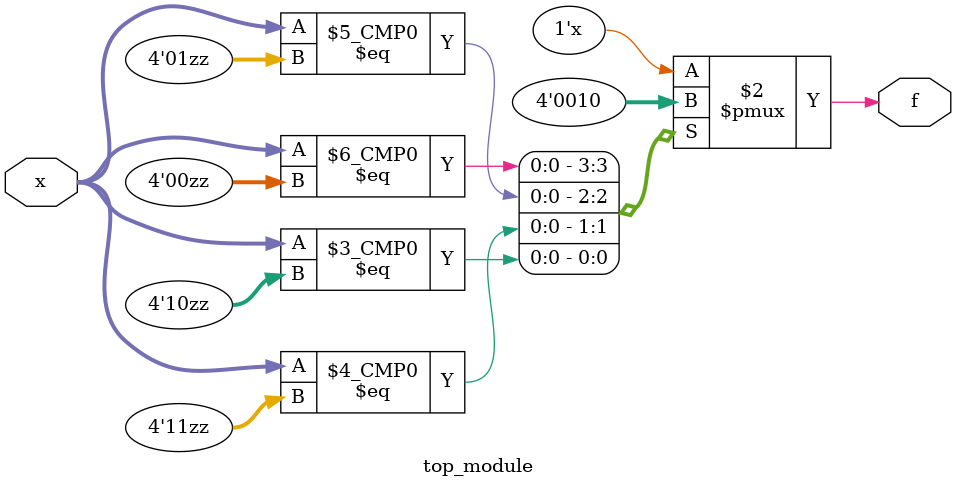
<source format=sv>
module top_module (
	input [4:1] x,
	output logic f
);

always_comb begin
    case (x)
        4'b00??: f = 1'b0; // d = 0
        4'b01??: f = 1'b0; // d = 0
        4'b11??: f = 1'b1; // d = 1
        4'b10??: f = 1'b0; // d = 0
        default: f = 1'b0; // default value
    endcase
end

endmodule

</source>
